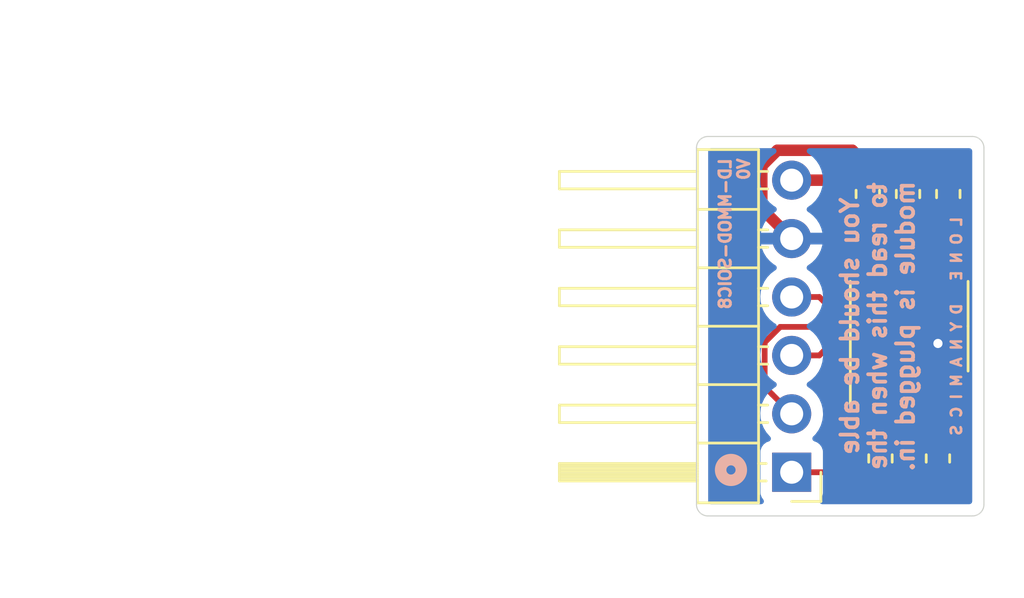
<source format=kicad_pcb>
(kicad_pcb (version 20211014) (generator pcbnew)
  (layers (0 "F.Cu" signal) (31 "B.Cu" signal) (34 "B.Paste" user) (35 "F.Paste" user) (36 "B.SilkS" user "B.Silkscreen") (37 "F.SilkS" user "F.Silkscreen") (38 "B.Mask" user) (39 "F.Mask" user) (44 "Edge.Cuts" user))
  (net 0 "")
  (net 1 "GND")
  (net 2 "/PWR3V3")
  (net 3 "/SPI_SCK")
  (net 4 "/SPI_MISO")
  (net 5 "/SPI_MOSI")
  (net 6 "/SPI_SS")
  (net 7 "/SPI_WP")
  (net 8 "/SPI_HOLD")
  (footprint "Capacitor_SMD:C_0603_1608Metric" (layer "F.Cu") (at 107.45 102.5 90)
    (fp_text reference "C1" hide)
    (fp_text value "100nF")
    (fp_line (start -0.162779 -0.51) (end 0.162779 -0.51) (layer "F.SilkS") (width 0.12))
    (fp_line (start -0.162779 0.51) (end 0.162779 0.51) (layer "F.SilkS") (width 0.12))
    (pad "1" smd roundrect locked (at -0.7875 0 90) (size 0.875 0.95) (layers "F.Cu" "F.Paste" "F.Mask") (net 2 "/PWR3V3"))
    (pad "2" smd roundrect locked (at 0.7875 0 90) (size 0.875 0.95) (layers "F.Cu" "F.Paste" "F.Mask") (net 1 "GND"))
  )
  (footprint "Resistor_SMD:R_0603_1608Metric" (layer "F.Cu") (at 108 114 90)
    (fp_text reference "R3" hide)
    (fp_text value "10K")
    (fp_line (start -0.162779 0.51) (end 0.162779 0.51) (layer "F.SilkS") (width 0.12))
    (fp_line (start -0.162779 -0.51) (end 0.162779 -0.51) (layer "F.SilkS") (width 0.12))
    (pad "1" smd roundrect locked (at -0.7875 0 90) (size 0.875 0.95) (layers "F.Cu" "F.Paste" "F.Mask") (net 2 "/PWR3V3"))
    (pad "2" smd roundrect locked (at 0.7875 0 90) (size 0.875 0.95) (layers "F.Cu" "F.Paste" "F.Mask") (net 6 "/SPI_SS"))
  )
  (footprint "Connector_PinHeader_2.54mm:PinHeader_1x06_P2.54mm_Horizontal" (layer "F.Cu") (at 104.14 114.6 180)
    (fp_text reference "PMOD1" hide)
    (fp_text value "PMOD-Device-x1-Type-2-SPI")
    (fp_line (start 1.44 14.03) (end 4.1 14.03) (layer "F.SilkS") (width 0.12))
    (fp_line (start 4.1 -0.08) (end 10.1 -0.08) (layer "F.SilkS") (width 0.12))
    (fp_line (start 4.1 -1.33) (end 1.44 -1.33) (layer "F.SilkS") (width 0.12))
    (fp_line (start 1.44 1.27) (end 4.1 1.27) (layer "F.SilkS") (width 0.12))
    (fp_line (start 4.1 -0.2) (end 10.1 -0.2) (layer "F.SilkS") (width 0.12))
    (fp_line (start 4.1 -0.38) (end 10.1 -0.38) (layer "F.SilkS") (width 0.12))
    (fp_line (start 1.042929 8) (end 1.44 8) (layer "F.SilkS") (width 0.12))
    (fp_line (start 4.1 7.24) (end 10.1 7.24) (layer "F.SilkS") (width 0.12))
    (fp_line (start 10.1 8) (end 4.1 8) (layer "F.SilkS") (width 0.12))
    (fp_line (start 4.1 9.78) (end 10.1 9.78) (layer "F.SilkS") (width 0.12))
    (fp_line (start 1.44 -1.33) (end 1.44 14.03) (layer "F.SilkS") (width 0.12))
    (fp_line (start 1.042929 10.54) (end 1.44 10.54) (layer "F.SilkS") (width 0.12))
    (fp_line (start 1.042929 12.32) (end 1.44 12.32) (layer "F.SilkS") (width 0.12))
    (fp_line (start 1.11 0.38) (end 1.44 0.38) (layer "F.SilkS") (width 0.12))
    (fp_line (start 4.1 12.32) (end 10.1 12.32) (layer "F.SilkS") (width 0.12))
    (fp_line (start 1.44 6.35) (end 4.1 6.35) (layer "F.SilkS") (width 0.12))
    (fp_line (start 1.042929 4.7) (end 1.44 4.7) (layer "F.SilkS") (width 0.12))
    (fp_line (start -1.27 -1.27) (end 0 -1.27) (layer "F.SilkS") (width 0.12))
    (fp_line (start 1.042929 2.92) (end 1.44 2.92) (layer "F.SilkS") (width 0.12))
    (fp_line (start 10.1 10.54) (end 4.1 10.54) (layer "F.SilkS") (width 0.12))
    (fp_line (start 10.1 2.92) (end 4.1 2.92) (layer "F.SilkS") (width 0.12))
    (fp_line (start 1.042929 2.16) (end 1.44 2.16) (layer "F.SilkS") (width 0.12))
    (fp_line (start 4.1 0.04) (end 10.1 0.04) (layer "F.SilkS") (width 0.12))
    (fp_line (start 4.1 2.16) (end 10.1 2.16) (layer "F.SilkS") (width 0.12))
    (fp_line (start 10.1 9.78) (end 10.1 10.54) (layer "F.SilkS") (width 0.12))
    (fp_line (start 10.1 13.08) (end 4.1 13.08) (layer "F.SilkS") (width 0.12))
    (fp_line (start 4.1 0.16) (end 10.1 0.16) (layer "F.SilkS") (width 0.12))
    (fp_line (start 10.1 7.24) (end 10.1 8) (layer "F.SilkS") (width 0.12))
    (fp_line (start 10.1 -0.38) (end 10.1 0.38) (layer "F.SilkS") (width 0.12))
    (fp_line (start 10.1 5.46) (end 4.1 5.46) (layer "F.SilkS") (width 0.12))
    (fp_line (start 10.1 4.7) (end 10.1 5.46) (layer "F.SilkS") (width 0.12))
    (fp_line (start 1.042929 5.46) (end 1.44 5.46) (layer "F.SilkS") (width 0.12))
    (fp_line (start 10.1 2.16) (end 10.1 2.92) (layer "F.SilkS") (width 0.12))
    (fp_line (start 1.042929 13.08) (end 1.44 13.08) (layer "F.SilkS") (width 0.12))
    (fp_line (start 4.1 4.7) (end 10.1 4.7) (layer "F.SilkS") (width 0.12))
    (fp_line (start 10.1 0.38) (end 4.1 0.38) (layer "F.SilkS") (width 0.12))
    (fp_line (start 1.44 8.89) (end 4.1 8.89) (layer "F.SilkS") (width 0.12))
    (fp_line (start 4.1 -0.32) (end 10.1 -0.32) (layer "F.SilkS") (width 0.12))
    (fp_line (start 1.042929 7.24) (end 1.44 7.24) (layer "F.SilkS") (width 0.12))
    (fp_line (start 10.1 12.32) (end 10.1 13.08) (layer "F.SilkS") (width 0.12))
    (fp_line (start 1.042929 9.78) (end 1.44 9.78) (layer "F.SilkS") (width 0.12))
    (fp_line (start 1.44 11.43) (end 4.1 11.43) (layer "F.SilkS") (width 0.12))
    (fp_line (start 1.44 3.81) (end 4.1 3.81) (layer "F.SilkS") (width 0.12))
    (fp_line (start -1.27 0) (end -1.27 -1.27) (layer "F.SilkS") (width 0.12))
    (fp_line (start 1.11 -0.38) (end 1.44 -0.38) (layer "F.SilkS") (width 0.12))
    (fp_line (start 4.1 0.28) (end 10.1 0.28) (layer "F.SilkS") (width 0.12))
    (fp_line (start 4.1 14.03) (end 4.1 -1.33) (layer "F.SilkS") (width 0.12))
    (pad "1" thru_hole rect locked (at 0 0 180) (size 1.7 1.7) (drill 1) (layers *.Cu *.Mask) (net 6 "/SPI_SS"))
    (pad "2" thru_hole oval locked (at 0 2.54 180) (size 1.7 1.7) (drill 1) (layers *.Cu *.Mask) (net 5 "/SPI_MOSI"))
    (pad "3" thru_hole oval locked (at 0 5.08 180) (size 1.7 1.7) (drill 1) (layers *.Cu *.Mask) (net 4 "/SPI_MISO"))
    (pad "4" thru_hole oval locked (at 0 7.62 180) (size 1.7 1.7) (drill 1) (layers *.Cu *.Mask) (net 3 "/SPI_SCK"))
    (pad "5" thru_hole oval locked (at 0 10.16 180) (size 1.7 1.7) (drill 1) (layers *.Cu *.Mask) (net 1 "GND"))
    (pad "6" thru_hole oval locked (at 0 12.7 180) (size 1.7 1.7) (drill 1) (layers *.Cu *.Mask) (net 2 "/PWR3V3"))
  )
  (footprint "Resistor_SMD:R_0603_1608Metric" (layer "F.Cu") (at 110.95 102.5 -90)
    (fp_text reference "R2" hide)
    (fp_text value "10K")
    (fp_line (start -0.162779 -0.51) (end 0.162779 -0.51) (layer "F.SilkS") (width 0.12))
    (fp_line (start -0.162779 0.51) (end 0.162779 0.51) (layer "F.SilkS") (width 0.12))
    (pad "1" smd roundrect locked (at -0.7875 0 270) (size 0.875 0.95) (layers "F.Cu" "F.Paste" "F.Mask") (net 2 "/PWR3V3"))
    (pad "2" smd roundrect locked (at 0.7875 0 270) (size 0.875 0.95) (layers "F.Cu" "F.Paste" "F.Mask") (net 8 "/SPI_HOLD"))
  )
  (footprint "Package_SO:SOIC-8_3.9x4.9mm_P1.27mm" (layer "F.Cu") (at 109.25 108.25 90)
    (fp_text reference "U1" hide)
    (fp_text value "AT25SF081-SSHD-X")
    (fp_line (start 0 -2.56) (end -3.45 -2.56) (layer "F.SilkS") (width 0.12))
    (fp_line (start 0 -2.56) (end 1.95 -2.56) (layer "F.SilkS") (width 0.12))
    (fp_line (start 0 2.56) (end -1.95 2.56) (layer "F.SilkS") (width 0.12))
    (fp_line (start 0 2.56) (end 1.95 2.56) (layer "F.SilkS") (width 0.12))
    (pad "1" smd roundrect locked (at -2.475 -1.905 90) (size 1.95 0.6) (layers "F.Cu" "F.Paste" "F.Mask") (net 6 "/SPI_SS"))
    (pad "2" smd roundrect locked (at -2.475 -0.635 90) (size 1.95 0.6) (layers "F.Cu" "F.Paste" "F.Mask") (net 4 "/SPI_MISO"))
    (pad "3" smd roundrect locked (at -2.475 0.635 90) (size 1.95 0.6) (layers "F.Cu" "F.Paste" "F.Mask") (net 7 "/SPI_WP"))
    (pad "4" smd roundrect locked (at -2.475 1.905 90) (size 1.95 0.6) (layers "F.Cu" "F.Paste" "F.Mask") (net 1 "GND"))
    (pad "5" smd roundrect locked (at 2.475 1.905 90) (size 1.95 0.6) (layers "F.Cu" "F.Paste" "F.Mask") (net 5 "/SPI_MOSI"))
    (pad "6" smd roundrect locked (at 2.475 0.635 90) (size 1.95 0.6) (layers "F.Cu" "F.Paste" "F.Mask") (net 3 "/SPI_SCK"))
    (pad "7" smd roundrect locked (at 2.475 -0.635 90) (size 1.95 0.6) (layers "F.Cu" "F.Paste" "F.Mask") (net 8 "/SPI_HOLD"))
    (pad "8" smd roundrect locked (at 2.475 -1.905 90) (size 1.95 0.6) (layers "F.Cu" "F.Paste" "F.Mask") (net 2 "/PWR3V3"))
  )
  (footprint "Resistor_SMD:R_0603_1608Metric" (layer "F.Cu") (at 110.5 114 90)
    (fp_text reference "R1" hide)
    (fp_text value "10K")
    (fp_line (start -0.162779 -0.51) (end 0.162779 -0.51) (layer "F.SilkS") (width 0.12))
    (fp_line (start -0.162779 0.51) (end 0.162779 0.51) (layer "F.SilkS") (width 0.12))
    (pad "1" smd roundrect locked (at -0.7875 0 90) (size 0.875 0.95) (layers "F.Cu" "F.Paste" "F.Mask") (net 2 "/PWR3V3"))
    (pad "2" smd roundrect locked (at 0.7875 0 90) (size 0.875 0.95) (layers "F.Cu" "F.Paste" "F.Mask") (net 7 "/SPI_WP"))
  )
  (footprint "Capacitor_SMD:C_0603_1608Metric" (layer "F.Cu") (at 109.2 102.5 90)
    (fp_text reference "C2" hide)
    (fp_text value "1uF")
    (fp_line (start -0.162779 -0.51) (end 0.162779 -0.51) (layer "F.SilkS") (width 0.12))
    (fp_line (start -0.162779 0.51) (end 0.162779 0.51) (layer "F.SilkS") (width 0.12))
    (pad "1" smd roundrect locked (at -0.7875 0 90) (size 0.875 0.95) (layers "F.Cu" "F.Paste" "F.Mask") (net 2 "/PWR3V3"))
    (pad "2" smd roundrect locked (at 0.7875 0 90) (size 0.875 0.95) (layers "F.Cu" "F.Paste" "F.Mask") (net 1 "GND"))
  )
  (gr_circle (center 101.5 114.5) (end 101.7 114.5) (layer "B.SilkS") (width 0.5) (fill none))
  (gr_line (start 100.5 100) (end 112 100) (layer "Edge.Cuts") (width 0.05))
  (gr_line (start 112.5 100.5) (end 112.5 116) (layer "Edge.Cuts") (width 0.05))
  (gr_line (start 100.5 116.5) (end 112 116.5) (layer "Edge.Cuts") (width 0.05))
  (gr_line (start 100 100.5) (end 100 116) (layer "Edge.Cuts") (width 0.05))
  (gr_arc (start 112 100) (mid 112.353553 100.146447) (end 112.5 100.5) (layer "Edge.Cuts") (width 0.05))
  (gr_arc (start 100.5 116.500099) (mid 100.146377 116.353623) (end 99.999901 116) (layer "Edge.Cuts") (width 0.05))
  (gr_arc (start 112.5 116) (mid 112.353553 116.353553) (end 112 116.5) (layer "Edge.Cuts") (width 0.05))
  (gr_arc (start 100 100.5) (mid 100.146447 100.146447) (end 100.5 100) (layer "Edge.Cuts") (width 0.05))
  (gr_text "LD-MMOD-SOIC8\nV0" (at 101.651 100.889 90) (layer "B.SilkS") (effects (font (size 0.5 0.5) (thickness 0.125)) (justify left mirror)))
  (gr_text "You should be able\nto read this when the\nmodule is plugged in." (at 107.874 108.250001 90) (layer "B.SilkS") (effects (font (size 0.75 0.75) (thickness 0.1625)) (justify mirror)))
  (gr_text "L O N E   D Y N A M I C S" (at 111.303 108.250001 90) (layer "B.SilkS") (effects (font (size 0.45 0.45) (thickness 0.1125)) (justify mirror)))
  (segment (start 102.839999 103.139999) (end 102.839999 101.275999) (width 0.5) (layer "F.Cu") (net 1))
  (segment (start 110.5 109) (end 111.155 109.655) (width 0.5) (layer "F.Cu") (net 1))
  (segment (start 104.14 104.44) (end 102.839999 103.139999) (width 0.5) (layer "F.Cu") (net 1))
  (segment (start 111.155 109.655) (end 111.155 110.725) (width 0.5) (layer "F.Cu") (net 1))
  (segment (start 103.515999 100.599999) (end 106.774999 100.599999) (width 0.5) (layer "F.Cu") (net 1))
  (segment (start 102.839999 101.275999) (end 103.515999 100.599999) (width 0.5) (layer "F.Cu") (net 1))
  (segment (start 107.45 101.275) (end 107.45 101.7125) (width 0.5) (layer "F.Cu") (net 1))
  (segment (start 107.45 101.7125) (end 109.2 101.7125) (width 0.5) (layer "F.Cu") (net 1))
  (segment (start 106.774999 100.599999) (end 107.45 101.275) (width 0.5) (layer "F.Cu") (net 1))
  (via (at 110.5 109) (size 0.6) (drill 0.4) (layers "F.Cu" "B.Cu") (net 1))
  (segment (start 106.0625 101.9) (end 107.45 103.2875) (width 0.5) (layer "F.Cu") (net 2))
  (segment (start 107.345 103.3925) (end 107.45 103.2875) (width 0.5) (layer "F.Cu") (net 2))
  (segment (start 111.425 101.7125) (end 110.95 101.7125) (width 0.25) (layer "F.Cu") (net 2))
  (segment (start 110.5 114.7875) (end 110.975 114.7875) (width 0.25) (layer "F.Cu") (net 2))
  (segment (start 108 114.7875) (end 110.5 114.7875) (width 0.25) (layer "F.Cu") (net 2))
  (segment (start 107.45 103.2875) (end 109.2 103.2875) (width 0.5) (layer "F.Cu") (net 2))
  (segment (start 111.78001 102.06751) (end 111.425 101.7125) (width 0.25) (layer "F.Cu") (net 2))
  (segment (start 111.1125 101.7125) (end 110.95 101.7125) (width 0.5) (layer "F.Cu") (net 2))
  (segment (start 107.345 105.775) (end 107.345 103.3925) (width 0.5) (layer "F.Cu") (net 2))
  (segment (start 109.2 103.2875) (end 109.375 103.2875) (width 0.5) (layer "F.Cu") (net 2))
  (segment (start 111.78001 113.98249) (end 111.78001 102.06751) (width 0.25) (layer "F.Cu") (net 2))
  (segment (start 110.975 114.7875) (end 111.78001 113.98249) (width 0.25) (layer "F.Cu") (net 2))
  (segment (start 109.375 103.2875) (end 110.95 101.7125) (width 0.5) (layer "F.Cu") (net 2))
  (segment (start 104.14 101.9) (end 106.0625 101.9) (width 0.5) (layer "F.Cu") (net 2))
  (segment (start 104.14 106.98) (end 105.342081 106.98) (width 0.25) (layer "F.Cu") (net 3))
  (segment (start 109.885 106.75) (end 109.885 105.775) (width 0.25) (layer "F.Cu") (net 3))
  (segment (start 105.342081 106.98) (end 105.862081 107.5) (width 0.25) (layer "F.Cu") (net 3))
  (segment (start 105.862081 107.5) (end 109.135 107.5) (width 0.25) (layer "F.Cu") (net 3))
  (segment (start 109.135 107.5) (end 109.885 106.75) (width 0.25) (layer "F.Cu") (net 3))
  (segment (start 107.865 109) (end 108.615 109.75) (width 0.25) (layer "F.Cu") (net 4))
  (segment (start 105.862081 109) (end 107.865 109) (width 0.25) (layer "F.Cu") (net 4))
  (segment (start 104.14 109.52) (end 105.342081 109.52) (width 0.25) (layer "F.Cu") (net 4))
  (segment (start 108.615 109.75) (end 108.615 110.725) (width 0.25) (layer "F.Cu") (net 4))
  (segment (start 105.342081 109.52) (end 105.862081 109) (width 0.25) (layer "F.Cu") (net 4))
  (segment (start 103.290001 111.210001) (end 104.14 112.06) (width 0.25) (layer "F.Cu") (net 5))
  (segment (start 111.155 105.775) (end 111.155 106.75) (width 0.25) (layer "F.Cu") (net 5))
  (segment (start 109.624991 108.280009) (end 103.640989 108.280009) (width 0.25) (layer "F.Cu") (net 5))
  (segment (start 102.964999 108.955999) (end 102.964999 110.884999) (width 0.25) (layer "F.Cu") (net 5))
  (segment (start 103.640989 108.280009) (end 102.964999 108.955999) (width 0.25) (layer "F.Cu") (net 5))
  (segment (start 111.155 106.75) (end 109.624991 108.280009) (width 0.25) (layer "F.Cu") (net 5))
  (segment (start 102.964999 110.884999) (end 103.290001 111.210001) (width 0.25) (layer "F.Cu") (net 5))
  (segment (start 107.345 110.725) (end 107.345 113.0325) (width 0.25) (layer "F.Cu") (net 6))
  (segment (start 104.14 114.6) (end 106.6125 114.6) (width 0.25) (layer "F.Cu") (net 6))
  (segment (start 106.6125 114.6) (end 108 113.2125) (width 0.25) (layer "F.Cu") (net 6))
  (segment (start 107.345 113.0325) (end 107.525 113.2125) (width 0.25) (layer "F.Cu") (net 6))
  (segment (start 107.525 113.2125) (end 108 113.2125) (width 0.25) (layer "F.Cu") (net 6))
  (segment (start 110.5 113.2125) (end 110.025 113.2125) (width 0.25) (layer "F.Cu") (net 7))
  (segment (start 109.885 111.7) (end 109.885 110.725) (width 0.25) (layer "F.Cu") (net 7))
  (segment (start 110.025 113.2125) (end 109.885 113.0725) (width 0.25) (layer "F.Cu") (net 7))
  (segment (start 109.885 113.0725) (end 109.885 111.7) (width 0.25) (layer "F.Cu") (net 7))
  (segment (start 110.95 103.2875) (end 110.95 103.725) (width 0.25) (layer "F.Cu") (net 8))
  (segment (start 108.615 104.785) (end 108.615 105.775) (width 0.25) (layer "F.Cu") (net 8))
  (segment (start 110.475 104.2) (end 108.9 104.2) (width 0.25) (layer "F.Cu") (net 8))
  (segment (start 108.9 104.2) (end 108.615 104.485) (width 0.25) (layer "F.Cu") (net 8))
  (segment (start 108.615 104.485) (end 108.615 104.785) (width 0.25) (layer "F.Cu") (net 8))
  (segment (start 110.95 103.725) (end 110.475 104.2) (width 0.25) (layer "F.Cu") (net 8))
  (zone (net 1) (net_name "GND") (layer "B.Cu") (connect_pads (clearance 0.508)) (min_thickness 0.254) (fill yes (thermal_gap 0.508) (thermal_bridge_width 0.508))
    (polygon (pts (xy 112.5 116.5) (xy 100 116.5) (xy 100 100) (xy 112.5 100)))
  )
)
</source>
